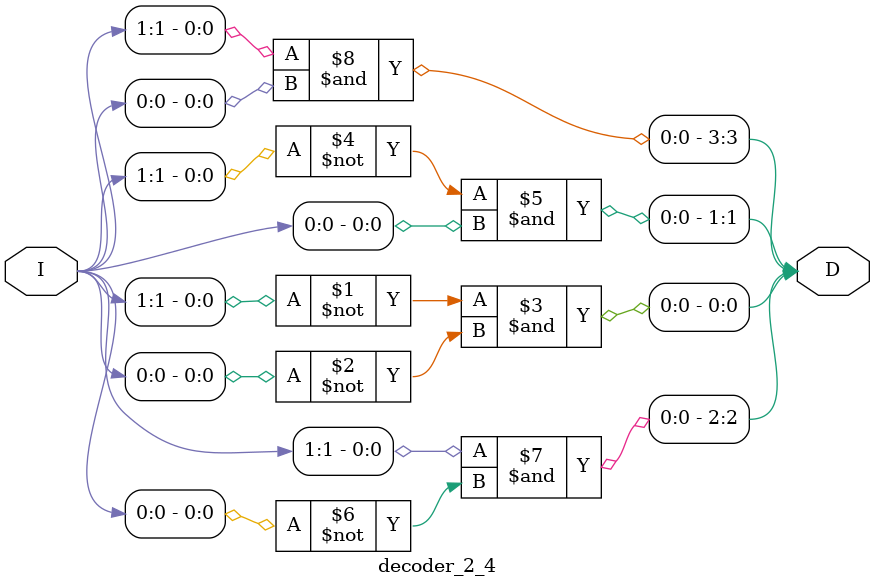
<source format=v>
module decoder_2_4 (I,D);
  input [1:0] I;
  output [3:0] D;
  
  assign D[0] = (~I[1]) & (~I[0]);
  assign D[1] = (~I[1]) & (I[0]);
  assign D[2] = (I[1]) & (~I[0]);
  assign D[3] = (I[1]) & (I[0]);
  
endmodule

</source>
